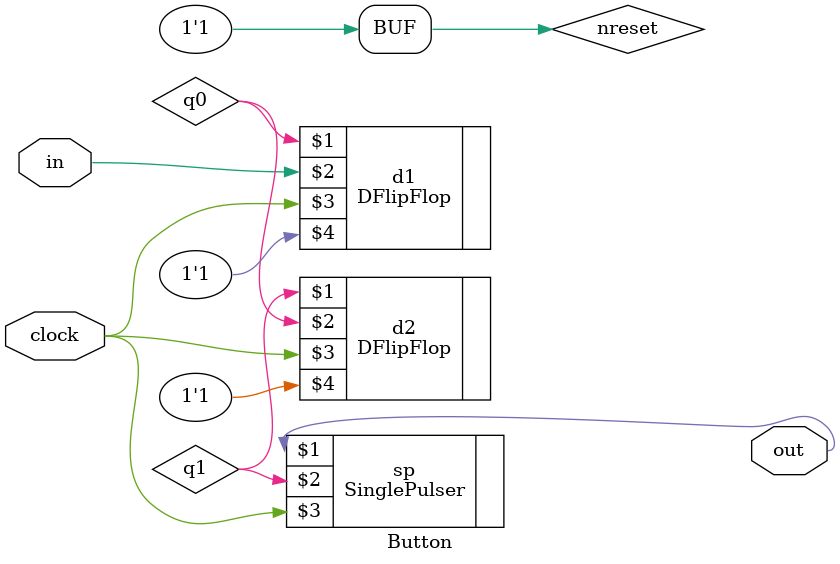
<source format=v>
`timescale 1ns / 1ps


module Button(
    output wire out,
    input in,
    input clock
);
    wire q0,q1;
    wire nreset;
    assign nreset = 1;
    
    DFlipFlop d1(q0,in,clock,nreset);
    DFlipFlop d2(q1,q0,clock,nreset);
    SinglePulser sp(out,q1,clock);
endmodule

</source>
